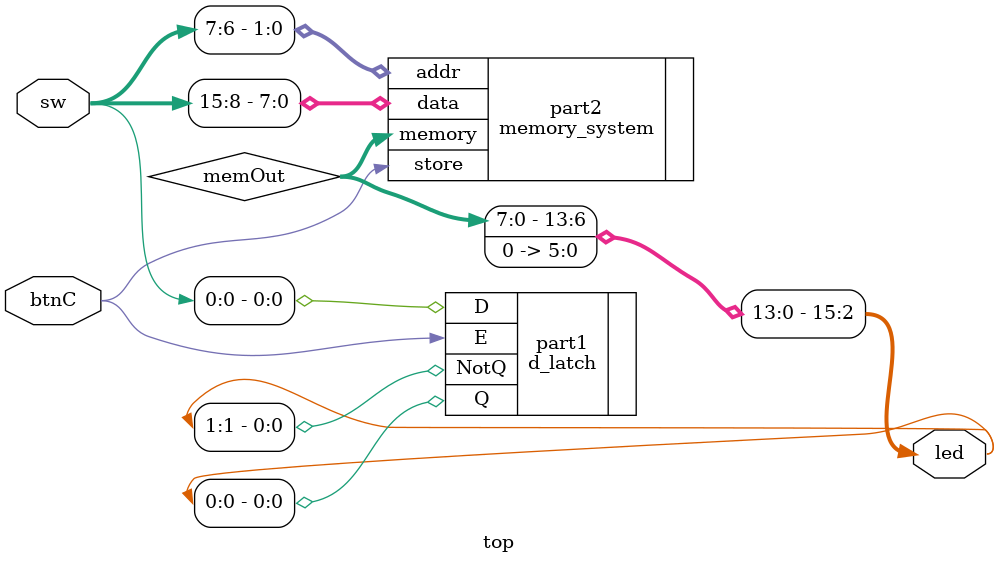
<source format=v>
module top(
    input [15:0] sw,
    input btnC,
    output [15:0] led
);
    d_latch part1(
        .D(sw[0]),
        .Q(led[0]),
        .NotQ(led[1]),
        .E(btnC)
    );
    
    wire[7:0] memOut;
    memory_system part2(
        .data(sw[15:8]),
        .addr(sw[7:6]),
        .store(btnC),
        .memory(memOut)
    );
    
    assign led[15:8] = memOut;
    assign led[7:2] = 6'b0;

endmodule

</source>
